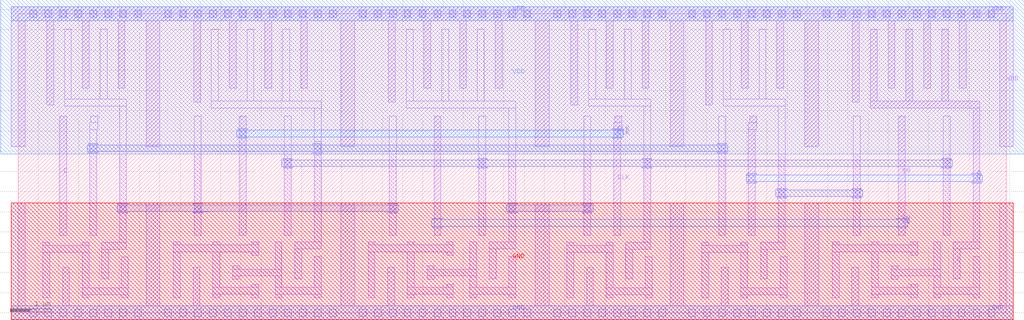
<source format=lef>
VERSION 5.7 ;
  NOWIREEXTENSIONATPIN ON ;
  DIVIDERCHAR "/" ;
  BUSBITCHARS "[]" ;
MACRO DFFSNQX1
  CLASS CORE ;
  FOREIGN DFFSNQX1 ;
  ORIGIN 0.000 0.000 ;
  SIZE 24.420 BY 7.400 ;
  SYMMETRY X Y R90 ;
  SITE unitrh ;
  PIN Q
    DIRECTION OUTPUT ;
    USE SIGNAL ;
    ANTENNAGATEAREA 1.027250 ;
    ANTENNADIFFAREA 1.931900 ;
    PORT
      LAYER li1 ;
        RECT 21.055 5.240 21.225 7.020 ;
        RECT 21.935 5.240 22.105 7.020 ;
        RECT 22.815 5.240 22.985 7.020 ;
        RECT 21.055 5.070 23.765 5.240 ;
        RECT 18.075 4.710 18.245 4.865 ;
        RECT 18.045 4.535 18.245 4.710 ;
        RECT 18.045 1.915 18.215 4.535 ;
        RECT 23.595 1.750 23.765 5.070 ;
        RECT 23.110 1.580 23.765 1.750 ;
        RECT 23.110 0.845 23.280 1.580 ;
      LAYER mcon ;
        RECT 18.045 3.245 18.215 3.415 ;
        RECT 23.595 3.245 23.765 3.415 ;
      LAYER met1 ;
        RECT 18.015 3.415 18.245 3.445 ;
        RECT 23.565 3.415 23.795 3.445 ;
        RECT 17.985 3.245 23.825 3.415 ;
        RECT 18.015 3.215 18.245 3.245 ;
        RECT 23.565 3.215 23.795 3.245 ;
    END
  END Q
  PIN D
    DIRECTION INPUT ;
    USE SIGNAL ;
    ANTENNAGATEAREA 1.033250 ;
    PORT
      LAYER li1 ;
        RECT 1.025 1.915 1.195 4.865 ;
    END
  END D
  PIN CLK
    DIRECTION INPUT ;
    USE SIGNAL ;
    ANTENNAGATEAREA 2.042100 ;
    PORT
      LAYER li1 ;
        RECT 5.465 1.915 5.635 4.865 ;
        RECT 14.745 4.710 14.915 4.865 ;
        RECT 14.715 4.535 14.915 4.710 ;
        RECT 14.715 1.915 14.885 4.535 ;
      LAYER mcon ;
        RECT 5.465 4.355 5.635 4.525 ;
        RECT 14.715 4.355 14.885 4.525 ;
      LAYER met1 ;
        RECT 5.435 4.525 5.665 4.555 ;
        RECT 14.685 4.525 14.915 4.555 ;
        RECT 5.405 4.355 14.945 4.525 ;
        RECT 5.435 4.325 5.665 4.355 ;
        RECT 14.685 4.325 14.915 4.355 ;
    END
  END CLK
  PIN SN
    DIRECTION INPUT ;
    USE SIGNAL ;
    ANTENNAGATEAREA 2.029700 ;
    PORT
      LAYER li1 ;
        RECT 10.275 1.915 10.445 4.865 ;
        RECT 21.745 1.915 21.915 4.865 ;
      LAYER mcon ;
        RECT 10.275 2.135 10.445 2.305 ;
        RECT 21.745 2.135 21.915 2.305 ;
      LAYER met1 ;
        RECT 10.245 2.305 10.475 2.335 ;
        RECT 21.715 2.305 21.945 2.335 ;
        RECT 10.215 2.135 21.975 2.305 ;
        RECT 10.245 2.105 10.475 2.135 ;
        RECT 21.715 2.105 21.945 2.135 ;
    END
  END SN
  PIN VDD
    DIRECTION INOUT ;
    USE POWER ;
    SHAPE ABUTMENT ;
    PORT
      LAYER nwell ;
        RECT -0.435 3.930 24.855 7.750 ;
      LAYER li1 ;
        RECT -0.170 7.230 24.590 7.570 ;
        RECT -0.170 4.110 0.170 7.230 ;
        RECT 0.705 5.135 0.875 7.230 ;
        RECT 1.585 5.555 1.755 7.230 ;
        RECT 2.465 5.555 2.635 7.230 ;
        RECT 3.160 4.110 3.500 7.230 ;
        RECT 4.335 5.215 4.505 7.230 ;
        RECT 5.215 5.555 5.385 7.230 ;
        RECT 6.095 5.555 6.265 7.230 ;
        RECT 6.975 5.555 7.145 7.230 ;
        RECT 7.970 4.110 8.310 7.230 ;
        RECT 9.145 5.215 9.315 7.230 ;
        RECT 10.025 5.555 10.195 7.230 ;
        RECT 10.905 5.555 11.075 7.230 ;
        RECT 11.785 5.555 11.955 7.230 ;
        RECT 12.780 4.110 13.120 7.230 ;
        RECT 13.655 5.135 13.825 7.230 ;
        RECT 14.535 5.555 14.705 7.230 ;
        RECT 15.415 5.555 15.585 7.230 ;
        RECT 16.110 4.110 16.450 7.230 ;
        RECT 16.985 5.135 17.155 7.230 ;
        RECT 17.865 5.555 18.035 7.230 ;
        RECT 18.745 5.555 18.915 7.230 ;
        RECT 19.440 4.110 19.780 7.230 ;
        RECT 20.615 5.215 20.785 7.230 ;
        RECT 21.495 5.555 21.665 7.230 ;
        RECT 22.375 5.555 22.545 7.230 ;
        RECT 23.255 5.555 23.425 7.230 ;
        RECT 24.250 4.110 24.590 7.230 ;
      LAYER mcon ;
        RECT 0.285 7.315 0.455 7.485 ;
        RECT 0.655 7.315 0.825 7.485 ;
        RECT 1.025 7.315 1.195 7.485 ;
        RECT 1.395 7.315 1.565 7.485 ;
        RECT 1.765 7.315 1.935 7.485 ;
        RECT 2.135 7.315 2.305 7.485 ;
        RECT 2.505 7.315 2.675 7.485 ;
        RECT 2.875 7.315 3.045 7.485 ;
        RECT 3.615 7.315 3.785 7.485 ;
        RECT 3.985 7.315 4.155 7.485 ;
        RECT 4.355 7.315 4.525 7.485 ;
        RECT 4.725 7.315 4.895 7.485 ;
        RECT 5.095 7.315 5.265 7.485 ;
        RECT 5.465 7.315 5.635 7.485 ;
        RECT 5.835 7.315 6.005 7.485 ;
        RECT 6.205 7.315 6.375 7.485 ;
        RECT 6.575 7.315 6.745 7.485 ;
        RECT 6.945 7.315 7.115 7.485 ;
        RECT 7.315 7.315 7.485 7.485 ;
        RECT 7.685 7.315 7.855 7.485 ;
        RECT 8.425 7.315 8.595 7.485 ;
        RECT 8.795 7.315 8.965 7.485 ;
        RECT 9.165 7.315 9.335 7.485 ;
        RECT 9.535 7.315 9.705 7.485 ;
        RECT 9.905 7.315 10.075 7.485 ;
        RECT 10.275 7.315 10.445 7.485 ;
        RECT 10.645 7.315 10.815 7.485 ;
        RECT 11.015 7.315 11.185 7.485 ;
        RECT 11.385 7.315 11.555 7.485 ;
        RECT 11.755 7.315 11.925 7.485 ;
        RECT 12.125 7.315 12.295 7.485 ;
        RECT 12.495 7.315 12.665 7.485 ;
        RECT 13.235 7.315 13.405 7.485 ;
        RECT 13.605 7.315 13.775 7.485 ;
        RECT 13.975 7.315 14.145 7.485 ;
        RECT 14.345 7.315 14.515 7.485 ;
        RECT 14.715 7.315 14.885 7.485 ;
        RECT 15.085 7.315 15.255 7.485 ;
        RECT 15.455 7.315 15.625 7.485 ;
        RECT 15.825 7.315 15.995 7.485 ;
        RECT 16.565 7.315 16.735 7.485 ;
        RECT 16.935 7.315 17.105 7.485 ;
        RECT 17.305 7.315 17.475 7.485 ;
        RECT 17.675 7.315 17.845 7.485 ;
        RECT 18.045 7.315 18.215 7.485 ;
        RECT 18.415 7.315 18.585 7.485 ;
        RECT 18.785 7.315 18.955 7.485 ;
        RECT 19.155 7.315 19.325 7.485 ;
        RECT 19.895 7.315 20.065 7.485 ;
        RECT 20.265 7.315 20.435 7.485 ;
        RECT 20.635 7.315 20.805 7.485 ;
        RECT 21.005 7.315 21.175 7.485 ;
        RECT 21.375 7.315 21.545 7.485 ;
        RECT 21.745 7.315 21.915 7.485 ;
        RECT 22.115 7.315 22.285 7.485 ;
        RECT 22.485 7.315 22.655 7.485 ;
        RECT 22.855 7.315 23.025 7.485 ;
        RECT 23.225 7.315 23.395 7.485 ;
        RECT 23.595 7.315 23.765 7.485 ;
        RECT 23.965 7.315 24.135 7.485 ;
      LAYER met1 ;
        RECT -0.170 7.230 24.590 7.570 ;
    END
  END VDD
  PIN GND
    DIRECTION INOUT ;
    USE GROUND ;
    SHAPE ABUTMENT ;
    PORT
      LAYER pwell ;
        RECT -0.170 -0.170 24.590 2.720 ;
      LAYER li1 ;
        RECT -0.170 0.170 0.170 2.720 ;
        RECT 1.095 0.170 1.265 1.120 ;
        RECT 3.160 0.170 3.500 2.720 ;
        RECT 4.320 0.170 4.490 1.130 ;
        RECT 7.970 0.170 8.310 2.720 ;
        RECT 9.130 0.170 9.300 1.130 ;
        RECT 12.780 0.170 13.120 2.720 ;
        RECT 14.045 0.170 14.215 1.120 ;
        RECT 16.110 0.170 16.450 2.720 ;
        RECT 17.375 0.170 17.545 1.120 ;
        RECT 19.440 0.170 19.780 2.720 ;
        RECT 20.600 0.170 20.770 1.130 ;
        RECT 24.250 0.170 24.590 2.720 ;
        RECT -0.170 -0.170 24.590 0.170 ;
      LAYER mcon ;
        RECT 0.285 -0.085 0.455 0.085 ;
        RECT 0.655 -0.085 0.825 0.085 ;
        RECT 1.025 -0.085 1.195 0.085 ;
        RECT 1.395 -0.085 1.565 0.085 ;
        RECT 1.765 -0.085 1.935 0.085 ;
        RECT 2.135 -0.085 2.305 0.085 ;
        RECT 2.505 -0.085 2.675 0.085 ;
        RECT 2.875 -0.085 3.045 0.085 ;
        RECT 3.615 -0.085 3.785 0.085 ;
        RECT 3.985 -0.085 4.155 0.085 ;
        RECT 4.355 -0.085 4.525 0.085 ;
        RECT 4.725 -0.085 4.895 0.085 ;
        RECT 5.095 -0.085 5.265 0.085 ;
        RECT 5.465 -0.085 5.635 0.085 ;
        RECT 5.835 -0.085 6.005 0.085 ;
        RECT 6.205 -0.085 6.375 0.085 ;
        RECT 6.575 -0.085 6.745 0.085 ;
        RECT 6.945 -0.085 7.115 0.085 ;
        RECT 7.315 -0.085 7.485 0.085 ;
        RECT 7.685 -0.085 7.855 0.085 ;
        RECT 8.425 -0.085 8.595 0.085 ;
        RECT 8.795 -0.085 8.965 0.085 ;
        RECT 9.165 -0.085 9.335 0.085 ;
        RECT 9.535 -0.085 9.705 0.085 ;
        RECT 9.905 -0.085 10.075 0.085 ;
        RECT 10.275 -0.085 10.445 0.085 ;
        RECT 10.645 -0.085 10.815 0.085 ;
        RECT 11.015 -0.085 11.185 0.085 ;
        RECT 11.385 -0.085 11.555 0.085 ;
        RECT 11.755 -0.085 11.925 0.085 ;
        RECT 12.125 -0.085 12.295 0.085 ;
        RECT 12.495 -0.085 12.665 0.085 ;
        RECT 13.235 -0.085 13.405 0.085 ;
        RECT 13.605 -0.085 13.775 0.085 ;
        RECT 13.975 -0.085 14.145 0.085 ;
        RECT 14.345 -0.085 14.515 0.085 ;
        RECT 14.715 -0.085 14.885 0.085 ;
        RECT 15.085 -0.085 15.255 0.085 ;
        RECT 15.455 -0.085 15.625 0.085 ;
        RECT 15.825 -0.085 15.995 0.085 ;
        RECT 16.565 -0.085 16.735 0.085 ;
        RECT 16.935 -0.085 17.105 0.085 ;
        RECT 17.305 -0.085 17.475 0.085 ;
        RECT 17.675 -0.085 17.845 0.085 ;
        RECT 18.045 -0.085 18.215 0.085 ;
        RECT 18.415 -0.085 18.585 0.085 ;
        RECT 18.785 -0.085 18.955 0.085 ;
        RECT 19.155 -0.085 19.325 0.085 ;
        RECT 19.895 -0.085 20.065 0.085 ;
        RECT 20.265 -0.085 20.435 0.085 ;
        RECT 20.635 -0.085 20.805 0.085 ;
        RECT 21.005 -0.085 21.175 0.085 ;
        RECT 21.375 -0.085 21.545 0.085 ;
        RECT 21.745 -0.085 21.915 0.085 ;
        RECT 22.115 -0.085 22.285 0.085 ;
        RECT 22.485 -0.085 22.655 0.085 ;
        RECT 22.855 -0.085 23.025 0.085 ;
        RECT 23.225 -0.085 23.395 0.085 ;
        RECT 23.595 -0.085 23.765 0.085 ;
        RECT 23.965 -0.085 24.135 0.085 ;
      LAYER met1 ;
        RECT -0.170 -0.170 24.590 0.170 ;
    END
  END GND
  OBS
      LAYER li1 ;
        RECT 1.145 5.285 1.315 7.020 ;
        RECT 2.025 5.285 2.195 7.020 ;
        RECT 1.145 5.115 2.675 5.285 ;
        RECT 1.795 4.710 1.965 4.865 ;
        RECT 1.765 4.535 1.965 4.710 ;
        RECT 1.765 1.915 1.935 4.535 ;
        RECT 0.610 1.665 0.780 1.745 ;
        RECT 1.580 1.665 1.750 1.745 ;
        RECT 2.505 1.740 2.675 5.115 ;
        RECT 4.775 5.240 4.945 7.020 ;
        RECT 5.655 5.240 5.825 7.020 ;
        RECT 6.535 5.240 6.705 7.020 ;
        RECT 9.585 5.240 9.755 7.020 ;
        RECT 10.465 5.240 10.635 7.020 ;
        RECT 11.345 5.240 11.515 7.020 ;
        RECT 14.095 5.285 14.265 7.020 ;
        RECT 14.975 5.285 15.145 7.020 ;
        RECT 17.425 5.285 17.595 7.020 ;
        RECT 18.305 5.285 18.475 7.020 ;
        RECT 4.775 5.070 7.485 5.240 ;
        RECT 9.585 5.070 12.295 5.240 ;
        RECT 14.095 5.115 15.625 5.285 ;
        RECT 17.425 5.115 18.955 5.285 ;
        RECT 4.355 1.915 4.525 4.865 ;
        RECT 6.575 1.915 6.745 4.865 ;
        RECT 7.315 4.235 7.485 5.070 ;
        RECT 7.310 3.905 7.485 4.235 ;
        RECT 0.610 1.495 1.750 1.665 ;
        RECT 0.610 0.365 0.780 1.495 ;
        RECT 1.580 0.615 1.750 1.495 ;
        RECT 2.065 1.570 2.675 1.740 ;
        RECT 3.835 1.675 4.005 1.755 ;
        RECT 4.805 1.675 4.975 1.755 ;
        RECT 5.775 1.675 5.945 1.755 ;
        RECT 2.065 0.835 2.235 1.570 ;
        RECT 3.835 1.505 5.945 1.675 ;
        RECT 2.550 0.615 2.720 1.385 ;
        RECT 1.580 0.445 2.720 0.615 ;
        RECT 1.580 0.365 1.750 0.445 ;
        RECT 2.550 0.365 2.720 0.445 ;
        RECT 3.835 0.375 4.005 1.505 ;
        RECT 4.805 0.625 4.975 1.505 ;
        RECT 5.775 1.425 5.945 1.505 ;
        RECT 5.295 1.080 5.465 1.160 ;
        RECT 6.345 1.080 6.515 1.755 ;
        RECT 7.315 1.750 7.485 3.905 ;
        RECT 9.165 1.915 9.335 4.865 ;
        RECT 11.385 1.915 11.555 4.865 ;
        RECT 5.295 0.910 6.515 1.080 ;
        RECT 5.295 0.830 5.465 0.910 ;
        RECT 5.775 0.625 5.945 0.705 ;
        RECT 4.805 0.455 5.945 0.625 ;
        RECT 4.805 0.375 4.975 0.455 ;
        RECT 5.775 0.375 5.945 0.455 ;
        RECT 6.345 0.625 6.515 0.910 ;
        RECT 6.830 1.580 7.485 1.750 ;
        RECT 8.645 1.675 8.815 1.755 ;
        RECT 9.615 1.675 9.785 1.755 ;
        RECT 10.585 1.675 10.755 1.755 ;
        RECT 6.830 0.845 7.000 1.580 ;
        RECT 8.645 1.505 10.755 1.675 ;
        RECT 7.315 0.625 7.485 1.395 ;
        RECT 6.345 0.455 7.485 0.625 ;
        RECT 6.345 0.375 6.515 0.455 ;
        RECT 7.315 0.375 7.485 0.455 ;
        RECT 8.645 0.375 8.815 1.505 ;
        RECT 9.615 0.625 9.785 1.505 ;
        RECT 10.585 1.425 10.755 1.505 ;
        RECT 10.105 1.080 10.275 1.160 ;
        RECT 11.155 1.080 11.325 1.755 ;
        RECT 12.125 1.750 12.295 5.070 ;
        RECT 13.975 1.915 14.145 4.865 ;
        RECT 10.105 0.910 11.325 1.080 ;
        RECT 10.105 0.830 10.275 0.910 ;
        RECT 10.585 0.625 10.755 0.705 ;
        RECT 9.615 0.455 10.755 0.625 ;
        RECT 9.615 0.375 9.785 0.455 ;
        RECT 10.585 0.375 10.755 0.455 ;
        RECT 11.155 0.625 11.325 0.910 ;
        RECT 11.640 1.580 12.295 1.750 ;
        RECT 13.560 1.665 13.730 1.745 ;
        RECT 14.530 1.665 14.700 1.745 ;
        RECT 15.455 1.740 15.625 5.115 ;
        RECT 17.305 1.915 17.475 4.865 ;
        RECT 11.640 0.845 11.810 1.580 ;
        RECT 13.560 1.495 14.700 1.665 ;
        RECT 12.125 0.625 12.295 1.395 ;
        RECT 11.155 0.455 12.295 0.625 ;
        RECT 11.155 0.375 11.325 0.455 ;
        RECT 12.125 0.375 12.295 0.455 ;
        RECT 13.560 0.365 13.730 1.495 ;
        RECT 14.530 0.615 14.700 1.495 ;
        RECT 15.015 1.570 15.625 1.740 ;
        RECT 16.890 1.665 17.060 1.745 ;
        RECT 17.860 1.665 18.030 1.745 ;
        RECT 18.785 1.740 18.955 5.115 ;
        RECT 20.635 1.915 20.805 4.865 ;
        RECT 22.855 1.915 23.025 4.865 ;
        RECT 15.015 0.835 15.185 1.570 ;
        RECT 16.890 1.495 18.030 1.665 ;
        RECT 15.500 0.615 15.670 1.385 ;
        RECT 14.530 0.445 15.670 0.615 ;
        RECT 14.530 0.365 14.700 0.445 ;
        RECT 15.500 0.365 15.670 0.445 ;
        RECT 16.890 0.365 17.060 1.495 ;
        RECT 17.860 0.615 18.030 1.495 ;
        RECT 18.345 1.570 18.955 1.740 ;
        RECT 20.115 1.675 20.285 1.755 ;
        RECT 21.085 1.675 21.255 1.755 ;
        RECT 22.055 1.675 22.225 1.755 ;
        RECT 18.345 0.835 18.515 1.570 ;
        RECT 20.115 1.505 22.225 1.675 ;
        RECT 18.830 0.615 19.000 1.385 ;
        RECT 17.860 0.445 19.000 0.615 ;
        RECT 17.860 0.365 18.030 0.445 ;
        RECT 18.830 0.365 19.000 0.445 ;
        RECT 20.115 0.375 20.285 1.505 ;
        RECT 21.085 0.625 21.255 1.505 ;
        RECT 22.055 1.425 22.225 1.505 ;
        RECT 21.575 1.080 21.745 1.160 ;
        RECT 22.625 1.080 22.795 1.755 ;
        RECT 21.575 0.910 22.795 1.080 ;
        RECT 21.575 0.830 21.745 0.910 ;
        RECT 22.055 0.625 22.225 0.705 ;
        RECT 21.085 0.455 22.225 0.625 ;
        RECT 21.085 0.375 21.255 0.455 ;
        RECT 22.055 0.375 22.225 0.455 ;
        RECT 22.625 0.625 22.795 0.910 ;
        RECT 23.595 0.625 23.765 1.395 ;
        RECT 22.625 0.455 23.765 0.625 ;
        RECT 22.625 0.375 22.795 0.455 ;
        RECT 23.595 0.375 23.765 0.455 ;
      LAYER mcon ;
        RECT 1.765 3.985 1.935 4.155 ;
        RECT 2.505 2.505 2.675 2.675 ;
        RECT 4.355 2.500 4.525 2.670 ;
        RECT 7.310 3.985 7.480 4.155 ;
        RECT 6.575 3.615 6.745 3.785 ;
        RECT 9.165 2.505 9.335 2.675 ;
        RECT 11.385 3.615 11.555 3.785 ;
        RECT 12.125 2.505 12.295 2.675 ;
        RECT 13.975 2.505 14.145 2.675 ;
        RECT 15.455 3.615 15.625 3.785 ;
        RECT 17.305 3.985 17.475 4.155 ;
        RECT 18.785 2.875 18.955 3.045 ;
        RECT 20.635 2.875 20.805 3.045 ;
        RECT 22.855 3.615 23.025 3.785 ;
      LAYER met1 ;
        RECT 1.735 4.155 1.965 4.185 ;
        RECT 7.280 4.155 7.510 4.185 ;
        RECT 17.275 4.155 17.505 4.185 ;
        RECT 1.705 3.985 17.535 4.155 ;
        RECT 1.735 3.955 1.965 3.985 ;
        RECT 7.280 3.955 7.510 3.985 ;
        RECT 17.275 3.955 17.505 3.985 ;
        RECT 6.545 3.785 6.775 3.815 ;
        RECT 11.355 3.785 11.585 3.815 ;
        RECT 15.425 3.785 15.655 3.815 ;
        RECT 22.825 3.785 23.055 3.815 ;
        RECT 6.515 3.615 23.085 3.785 ;
        RECT 6.545 3.585 6.775 3.615 ;
        RECT 11.355 3.585 11.585 3.615 ;
        RECT 15.425 3.585 15.655 3.615 ;
        RECT 22.825 3.585 23.055 3.615 ;
        RECT 18.755 3.045 18.985 3.075 ;
        RECT 20.605 3.045 20.835 3.075 ;
        RECT 18.725 2.875 20.865 3.045 ;
        RECT 18.755 2.845 18.985 2.875 ;
        RECT 20.605 2.845 20.835 2.875 ;
        RECT 2.475 2.675 2.705 2.705 ;
        RECT 4.325 2.675 4.555 2.700 ;
        RECT 9.135 2.675 9.365 2.705 ;
        RECT 12.095 2.675 12.325 2.705 ;
        RECT 13.945 2.675 14.175 2.705 ;
        RECT 2.445 2.505 9.395 2.675 ;
        RECT 12.065 2.505 14.205 2.675 ;
        RECT 2.475 2.475 2.705 2.505 ;
        RECT 4.295 2.500 4.705 2.505 ;
        RECT 4.325 2.470 4.555 2.500 ;
        RECT 9.135 2.475 9.365 2.505 ;
        RECT 12.095 2.475 12.325 2.505 ;
        RECT 13.945 2.475 14.175 2.505 ;
  END
END DFFSNQX1
END LIBRARY


</source>
